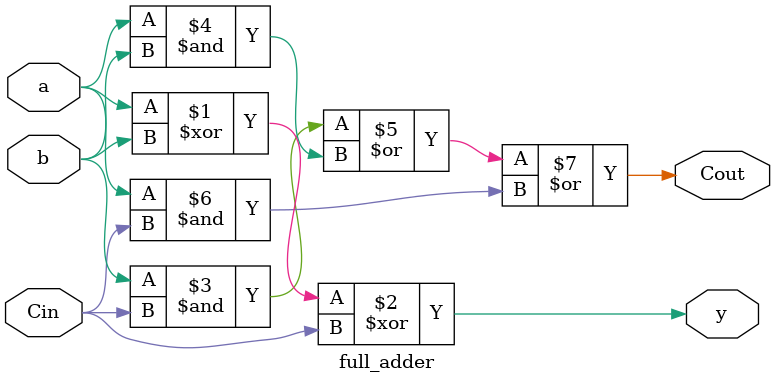
<source format=v>
module full_adder(
    input a, b, Cin,
    output y, Cout
);

assign y = a ^ b ^ Cin;
assign Cout = (b & Cin) | (a & b) | (a & Cin);


endmodule
</source>
